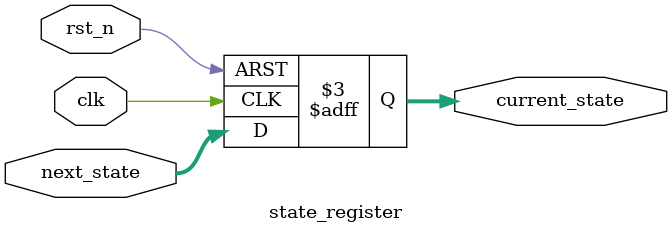
<source format=sv>
module ring_counter_sync_async_rst (
    input clk,
    input rst_n,
    output [3:0] cnt
);
    // 状态信号
    wire [3:0] current_state;
    wire [3:0] next_state;
    
    // 缓冲时钟和状态信号
    wire clk_buf1, clk_buf2;
    wire [3:0] current_state_buf1, current_state_buf2;
    wire [3:0] next_state_buf;
    
    // 时钟缓冲以降低扇出负载
    assign clk_buf1 = clk;
    assign clk_buf2 = clk;
    
    // 当前状态缓冲
    assign current_state_buf1 = current_state;
    assign current_state_buf2 = current_state;
    
    // 下一状态缓冲
    assign next_state_buf = next_state;
    
    // 实例化子模块
    next_state_logic next_state_gen (
        .current_state(current_state_buf1),
        .next_state(next_state)
    );
    
    state_register state_reg (
        .clk(clk_buf1),
        .rst_n(rst_n),
        .next_state(next_state_buf),
        .current_state(current_state)
    );
    
    // 输出赋值
    assign cnt = current_state_buf2;
    
endmodule

// 下一状态逻辑子模块
module next_state_logic (
    input [3:0] current_state,
    output [3:0] next_state
);
    // 环形计数器的下一状态逻辑：位循环
    assign next_state = {current_state[0], current_state[3:1]};
    
endmodule

// 状态寄存器子模块
module state_register (
    input clk,
    input rst_n,
    input [3:0] next_state,
    output reg [3:0] current_state
);
    // 状态存储与重置逻辑
    always @(posedge clk or negedge rst_n) begin
        if (!rst_n)
            current_state <= 4'b0001; // 异步复位初始状态
        else
            current_state <= next_state;
    end
    
endmodule
</source>
